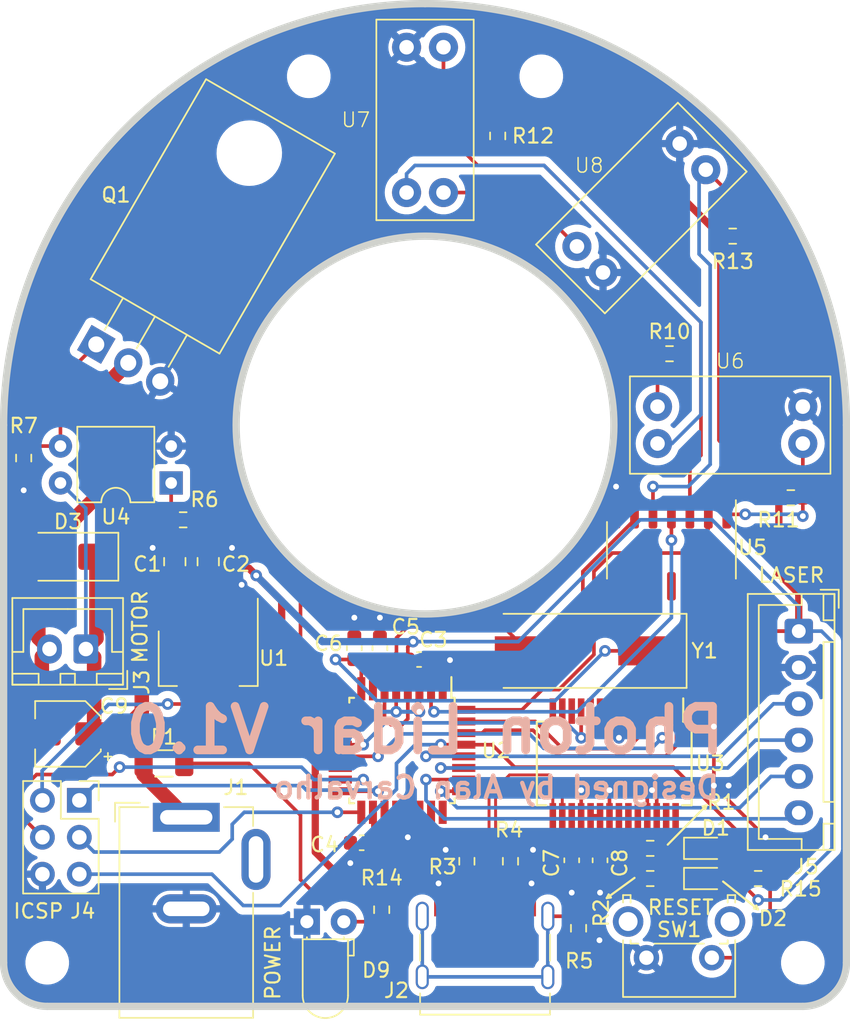
<source format=kicad_pcb>
(kicad_pcb (version 20221018) (generator pcbnew)
  (title_block (title "Photon Lidar") (date "2024-02-07") (rev "1.0") (company "Alan Carvalho"))
  (layers (0 "F.Cu" signal) (31 "B.Cu" signal) (34 "B.Paste" user) (35 "F.Paste" user) (36 "B.SilkS" user "B.Silkscreen") (37 "F.SilkS" user "F.Silkscreen") (38 "B.Mask" user) (39 "F.Mask" user) (44 "Edge.Cuts" user))
  (net 0 "")
  (net 1 "+12V")
  (net 2 "GND")
  (net 3 "+5V")
  (net 4 "Net-(U2-XTAL1{slash}PB6)")
  (net 5 "Net-(U2-XTAL2{slash}PB7)")
  (net 6 "+3.3V")
  (net 7 "Net-(D2-K)")
  (net 8 "Net-(R10-Pad1)")
  (net 9 "Net-(U5-1A)")
  (net 10 "Net-(U5-2A)")
  (net 11 "Net-(D9-A)")
  (net 12 "Net-(F1-Pad1)")
  (net 13 "unconnected-(J2-VBUS-PadA4)")
  (net 14 "Net-(J2-CC1)")
  (net 15 "D+")
  (net 16 "D-")
  (net 18 "Net-(J2-CC2)")
  (net 20 "Net-(J2-SHIELD)")
  (net 21 "MISO")
  (net 22 "SCK")
  (net 23 "MOSI")
  (net 24 "RESET")
  (net 25 "SCL")
  (net 26 "SDA")
  (net 27 "LASER_OUT")
  (net 28 "XSHUT")
  (net 29 "Net-(Q1-G)")
  (net 30 "Net-(U5-3A)")
  (net 31 "Net-(U6-Pad2)")
  (net 32 "Net-(U7-Pad2)")
  (net 33 "Net-(U3-CBUS0)")
  (net 34 "Net-(U3-CBUS1)")
  (net 35 "MOTOR")
  (net 36 "Net-(R6-Pad2)")
  (net 37 "ENC_Z")
  (net 38 "ENC_B")
  (net 41 "RTS")
  (net 42 "CTS")
  (net 49 "RX")
  (net 50 "TX")
  (net 51 "ENC_A")
  (net 67 "Net-(D3-A)")
  (net 68 "Net-(D1-K)")
  (footprint "Resistor_SMD:R_0603_1608Metric" (layer "F.Cu") (at 169.926 121.203)
    (fp_text reference "R15")
    (fp_text value "10k" hide)
  )
  (footprint "MyLibrary:Optical_Switch" (layer "F.Cu") (at 168 90)
    (fp_text reference "U6")
    (fp_text value "~" hide)
  )
  (footprint "LED_SMD:LED_0603_1608Metric" (layer "F.Cu") (at 166.307 119.126)
    (fp_text reference "D1")
    (fp_text value "LED" hide)
  )
  (footprint "Capacitor_SMD:C_0805_2012Metric" (layer "F.Cu") (at 132.08 99.4 90)
    (fp_text reference "C2")
    (fp_text value "10uF" hide)
  )
  (footprint "Resistor_SMD:R_0603_1608Metric" (layer "F.Cu") (at 144.018 123.35 -90)
    (fp_text reference "R14")
    (fp_text value "2,2k" hide)
  )
  (footprint "Crystal:Crystal_SMD_HC49-SD" (layer "F.Cu") (at 158.301 105.537 180)
    (fp_text reference "Y1")
    (fp_text value "16MHz" hide)
  )
  (footprint "Capacitor_SMD:CP_Elec_4x5.4" (layer "F.Cu") (at 122.428 111.252 180)
    (fp_text reference "C9")
    (fp_text value "10uF" hide)
  )
  (footprint "Package_QFP:TQFP-32_7x7mm_P0.8mm" (layer "F.Cu") (at 145.415 112.395 -90)
    (fp_text reference "U2")
    (fp_text value "ATmega328P-A" hide)
  )
  (footprint "Connector_PinSocket_2.54mm:PinSocket_2x03_P2.54mm_Vertical" (layer "F.Cu") (at 123.21 115.824)
    (fp_text reference "J4")
    (fp_text value "Conn_01x06_Pin" hide)
  )
  (footprint "MountingHole:MountingHole_2.5mm" (layer "F.Cu") (at 155 66)
    (fp_text reference "REF**" hide)
    (fp_text value "MountingHole_2.5mm" hide)
  )
  (footprint "Resistor_SMD:R_0603_1608Metric" (layer "F.Cu") (at 152.88 120.015 90)
    (fp_text reference "R4")
    (fp_text value "5k1" hide)
  )
  (footprint "Button_Switch_THT:SW_Tactile_SPST_Angled_PTS645Vx39-2LFS" (layer "F.Cu") (at 166.7368 126.6525 180)
    (fp_text reference "SW1")
    (fp_text value "SW_Push" hide)
  )
  (footprint "Connector_JST:JST_XH_B6B-XH-A_1x06_P2.50mm_Vertical" (layer "F.Cu") (at 172.72 104.18 -90)
    (fp_text reference "J5")
    (fp_text value "Conn_01x06_Socket" hide)
  )
  (footprint "Capacitor_SMD:C_0603_1608Metric" (layer "F.Cu") (at 142.64 118.745)
    (fp_text reference "C4")
    (fp_text value "100nF" hide)
  )
  (footprint "Resistor_SMD:R_0603_1608Metric" (layer "F.Cu") (at 162.497 121.203)
    (fp_text reference "R2")
    (fp_text value "270" hide)
  )
  (footprint "Resistor_SMD:R_0603_1608Metric" (layer "F.Cu") (at 152 70.104 90)
    (fp_text reference "R12")
    (fp_text value "10k" hide)
  )
  (footprint "Package_SO:SOIC-14_3.9x8.7mm_P1.27mm" (layer "F.Cu") (at 163.957 98.617 -90)
    (fp_text reference "U5")
    (fp_text value "74HC14" hide)
  )
  (footprint "Fuse:Fuse_1206_3216Metric" (layer "F.Cu") (at 129.032 113.284)
    (fp_text reference "F1")
    (fp_text value "2,5A" hide)
  )
  (footprint "Connector_BarrelJack:BarrelJack_GCT_DCJ200-10-A_Horizontal" (layer "F.Cu") (at 130.568 116.99)
    (fp_text reference "J1")
    (fp_text value "Barrel_Jack" hide)
  )
  (footprint "Diode_SMD:D_SMA" (layer "F.Cu") (at 122.3855 99.06 180)
    (fp_text reference "D3")
    (fp_text value "1N4007" hide)
  )
  (footprint "MountingHole:MountingHole_2.5mm" (layer "F.Cu") (at 121 127)
    (fp_text reference "REF**" hide)
    (fp_text value "MountingHole_2.5mm" hide)
  )
  (footprint "LED_THT:LED_D3.0mm_Horizontal_O1.27mm_Z10.0mm" (layer "F.Cu") (at 138.87 124.175)
    (fp_text reference "D9")
    (fp_text value "LED" hide)
  )
  (footprint "MountingHole:MountingHole_2.5mm" (layer "F.Cu") (at 139 66)
    (fp_text reference "REF**" hide)
    (fp_text value "MountingHole_2.5mm" hide)
  )
  (footprint "Resistor_SMD:R_0603_1608Metric" (layer "F.Cu") (at 130.355 96.52 180)
    (fp_text reference "R6")
    (fp_text value "390" hide)
  )
  (footprint "Capacitor_SMD:C_0805_2012Metric" (layer "F.Cu") (at 129.78 99.4 90)
    (fp_text reference "C1")
    (fp_text value "10uF" hide)
  )
  (footprint "Capacitor_SMD:C_0603_1608Metric" (layer "F.Cu") (at 142.135 105.357 90)
    (fp_text reference "C6")
    (fp_text value "22pF" hide)
  )
  (footprint "Resistor_SMD:R_0603_1608Metric" (layer "F.Cu") (at 162.497 119.126)
    (fp_text reference "R1")
    (fp_text value "270" hide)
  )
  (footprint "MyLibrary:Optical_Switch" (layer "F.Cu") (at 147 69 90)
    (fp_text reference "U7")
    (fp_text value "~" hide)
  )
  (footprint "Resistor_SMD:R_0603_1608Metric" (layer "F.Cu") (at 163.825 85.09)
    (fp_text reference "R10")
    (fp_text value "430" hide)
  )
  (footprint "Package_DIP:DIP-4_W7.62mm" (layer "F.Cu") (at 129.53 93.985 180)
    (fp_text reference "U4")
    (fp_text value "PC817" hide)
  )
  (footprint "Connector_JST:JST_XH_B2B-XH-A_1x02_P2.50mm_Vertical" (layer "F.Cu") (at 123.658 105.41 180)
    (fp_text reference "J3")
    (fp_text value "Conn_01x02_Socket" hide)
  )
  (footprint "Resistor_SMD:R_0603_1608Metric" (layer "F.Cu") (at 119.38 92.27 -90)
    (fp_text reference "R7")
    (fp_text value "10k" hide)
  )
  (footprint "Resistor_SMD:R_0603_1608Metric" (layer "F.Cu") (at 168.175 77)
    (fp_text reference "R13")
    (fp_text value "10k" hide)
  )
  (footprint "LED_SMD:LED_0603_1608Metric" (layer "F.Cu") (at 166.307 121.203)
    (fp_text reference "D2")
    (fp_text value "LED" hide)
  )
  (footprint "Capacitor_SMD:C_0603_1608Metric" (layer "F.Cu") (at 159.045 119.951 90)
    (fp_text reference "C8")
    (fp_text value "100nF" hide)
  )
  (footprint "Resistor_SMD:R_0603_1608Metric" (layer "F.Cu") (at 149.88 120.015 90)
    (fp_text reference "R3")
    (fp_text value "5k1" hide)
  )
  (footprint "MyLibrary:Optical_Switch" (layer "F.Cu") (at 161.887508 75.06644 45)
    (fp_text reference "U8")
    (fp_text value "~" hide)
  )
  (footprint "Resistor_SMD:R_0603_1608Metric" (layer "F.Cu") (at 157.5648 124.625 90)
    (fp_text reference "R5")
    (fp_text value "1M" hide)
  )
  (footprint "MountingHole:MountingHole_2.5mm" (layer "F.Cu") (at 173 127)
    (fp_text reference "REF**" hide)
    (fp_text value "MountingHole_2.5mm" hide)
  )
  (footprint "Resistor_SMD:R_0603_1608Metric" (layer "F.Cu") (at 172.175 95)
    (fp_text reference "R11")
    (fp_text value "10k" hide)
  )
  (footprint "Package_TO_SOT_THT:TO-220-3_Horizontal_TabDown" (layer "F.Cu") (at 124.376296 84.447415 -30)
    (fp_text reference "Q1")
    (fp_text value "IRF740" hide)
  )
  (footprint "Package_SO:SSOP-28_5.3x10.2mm_P0.65mm" (layer "F.Cu") (at 160.02 113.284 -90)
    (fp_text reference "U3")
    (fp_text value "FT232RL" hide)
  )
  (footprint "Capacitor_SMD:C_0603_1608Metric" (layer "F.Cu") (at 157.095 119.951 90)
    (fp_text reference "C7")
    (fp_text value "100nF" hide)
  )
  (footprint "Capacitor_SMD:C_0603_1608Metric" (layer "F.Cu") (at 143.895 105.357 90)
    (fp_text reference "C5")
    (fp_text value "22pF" hide)
  )
  (footprint "Capacitor_SMD:C_0603_1608Metric" (layer "F.Cu") (at 146.59 106.132 180)
    (fp_text reference "C3")
    (fp_text value "100nF" hide)
  )
  (footprint "Connector_USB:USB_C_Receptacle_Palconn_UTC16-G" (layer "F.Cu") (at 151.13 125.73)
    (fp_text reference "J2")
    (fp_text value "USB_C_Receptacle_USB2.0" hide)
  )
  (footprint "Package_TO_SOT_SMD:SOT-223-3_TabPin2" (layer "F.Cu") (at 132.08 106.045 -90)
    (fp_text reference "U1")
    (fp_text value "AMS1117-5.0" hide)
  )
  (gr_line (start 159.639 122.301) (end 159.784674 122.509064) (stroke (width 0.15)) (layer "F.SilkS"))
  (gr_line (start 166.198098 116.339716) (end 166.108305 116.249899) (stroke (width 0.15)) (layer "F.SilkS"))
  (gr_line (start 159.711844 122.405014) (end 159.784674 122.509064) (stroke (width 0.15)) (layer "F.SilkS"))
  (gr_line (start 169.799 123.063) (end 169.911935 123.323534) (stroke (width 0.15)) (layer "F.SilkS"))
  (gr_line (start 169.71734 123.160283) (end 169.799 123.063) (stroke (width 0.15)) (layer "F.SilkS"))
  (gr_line (start 166.287896 116.429507) (end 166.108305 116.249899) (stroke (width 0.15)) (layer "F.SilkS"))
  (gr_line (start 167.513 121.412) (end 169.911935 123.323534) (stroke (width 0.15)) (layer "F.SilkS"))
  (gr_line (start 169.635729 123.257561) (end 169.799 123.063) (stroke (width 0.15)) (layer "F.SilkS"))
  (gr_line (start 169.911935 123.323534) (end 169.635729 123.257561) (stroke (width 0.15)) (layer "F.SilkS"))
  (gr_line (start 159.784674 122.509064) (end 159.503781 122.55072) (stroke (width 0.15)) (layer "F.SilkS"))
  (gr_line (start 161.417 121.158) (end 159.503781 122.55072) (stroke (width 0.15)) (layer "F.SilkS"))
  (gr_line (start 166.108305 116.249899) (end 166.377697 116.1601) (stroke (width 0.15)) (layer "F.SilkS"))
  (gr_line (start 166.377697 116.1601) (end 166.287896 116.429507) (stroke (width 0.15)) (layer "F.SilkS"))
  (gr_line (start 163.703 118.872) (end 166.377697 116.1601) (stroke (width 0.15)) (layer "F.SilkS"))
  (gr_line (start 159.503781 122.55072) (end 159.639 122.301) (stroke (width 0.15)) (layer "F.SilkS"))
  (gr_arc (start 147 61) (mid 167.506097 69.493903) (end 176 90) (stroke (width 0.5)) (layer "Edge.Cuts"))
  (gr_circle (center 147 90) (end 160 90) (stroke (width 0.5)) (fill none) (layer "Edge.Cuts"))
  (gr_arc (start 118.000001 90.000001) (mid 126.493904 69.493904) (end 147.000001 61.000001) (stroke (width 0.5)) (layer "Edge.Cuts"))
  (gr_line (start 118 127) (end 118.000001 90.000001) (stroke (width 0.5)) (layer "Edge.Cuts"))
  (gr_arc (start 121 130) (mid 118.878679 129.121321) (end 118 127) (stroke (width 0.5)) (layer "Edge.Cuts"))
  (gr_line (start 173 130) (end 121 130) (stroke (width 0.5)) (layer "Edge.Cuts"))
  (gr_arc (start 176 127) (mid 175.121321 129.121321) (end 173 130) (stroke (width 0.5)) (layer "Edge.Cuts"))
  (gr_line (start 175.999999 126.999999) (end 176 90) (stroke (width 0.5)) (layer "Edge.Cuts"))
  (gr_text "Photon Lidar V1.0" (at 147 110.998) (layer "B.SilkS") (effects (font (size 3 3) (thickness 0.6) bold) (justify mirror)))
  (gr_text "Designed by Alan Carvalho" (at 167.386 115.824) (layer "B.SilkS") (effects (font (size 1.5 1.5) (thickness 0.3) bold) (justify left bottom mirror)))
  (segment (start 130.432 112.6505) (end 130.432 113.284) (width 1) (layer "F.Cu") (net 1))
  (segment (start 132.334 83.82) (end 132.334 86.36) (width 0.5) (layer "F.Cu") (net 1))
  (segment (start 140.208 75.946) (end 132.334 83.82) (width 0.5) (layer "F.Cu") (net 1))
  (segment (start 124.3855 104.6825) (end 123.658 105.41) (width 1) (layer "F.Cu") (net 1))
  (segment (start 139.67 122.525) (end 138.43 121.285) (width 0.25) (layer "F.Cu") (net 1))
  (segment (start 127.508 101.854) (end 129.012 100.35) (width 1) (layer "F.Cu") (net 1))
  (segment (start 138.43 116.84) (end 134.874 113.284) (width 0.25) (layer "F.Cu") (net 1))
  (segment (start 127 91.694) (end 127 99.441) (width 0.5) (layer "F.Cu") (net 1))
  (segment (start 127.508 109.728) (end 127.508 101.854) (width 1) (layer "F.Cu") (net 1))
  (segment (start 160.02 82.804) (end 153.162 75.946) (width 0.5) (layer "F.Cu") (net 1))
  (segment (start 134.874 113.284) (end 130.432 113.284) (width 0.25) (layer "F.Cu") (net 1))
  (segment (start 129.78 100.35) (end 129.78 102.895) (width 1) (layer "F.Cu") (net 1))
  (segment (start 138.43 121.285) (end 138.43 116.84) (width 0.25) (layer "F.Cu") (net 1))
  (segment (start 127 99.441) (end 127.635 100.076) (width 0.5) (layer "F.Cu") (net 1))
  (segment (start 124.228 111.252) (end 124.228 105.98) (width 1) (layer "F.Cu") (net 1))
  (segment (start 124.228 105.98) (end 123.658 105.41) (width 1) (layer "F.Cu") (net 1))
  (segment (start 153.162 75.946) (end 140.208 75.946) (width 0.5) (layer "F.Cu") (net 1))
  (segment (start 144.018 122.525) (end 139.67 122.525) (width 0.25) (layer "F.Cu") (net 1))
  (segment (start 129.012 100.35) (end 129.78 100.35) (width 1) (layer "F.Cu") (net 1))
  (segment (start 127.635 100.076) (end 129.506 100.076) (width 0.5) (layer "F.Cu") (net 1))
  (segment (start 124.3855 99.06) (end 124.3855 104.6825) (width 1) (layer "F.Cu") (net 1))
  (segment (start 132.334 86.36) (end 127 91.694) (width 0.5) (layer "F.Cu") (net 1))
  (segment (start 164.65 85.09) (end 162.364 82.804) (width 0.5) (layer "F.Cu") (net 1))
  (segment (start 162.364 82.804) (end 160.02 82.804) (width 0.5) (layer "F.Cu") (net 1))
  (segment (start 129.0335 111.252) (end 130.432 112.6505) (width 1) (layer "F.Cu") (net 1))
  (segment (start 125.984 111.252) (end 129.0335 111.252) (width 1) (layer "F.Cu") (net 1))
  (segment (start 127.508 109.728) (end 125.984 111.252) (width 1) (layer "F.Cu") (net 1))
  (segment (start 125.984 111.252) (end 124.228 111.252) (width 1) (layer "F.Cu") (net 1))
  (segment (start 129.506 100.076) (end 129.78 100.35) (width 0.5) (layer "F.Cu") (net 1))
  (segment (start 123.658 95.733) (end 121.91 93.985) (width 0.25) (layer "B.Cu") (net 1))
  (segment (start 123.658 105.41) (end 123.658 95.733) (width 0.25) (layer "B.Cu") (net 1))
  (segment (start 141.859 120.142) (end 141.859 118.751) (width 0.25) (layer "F.Cu") (net 2))
  (segment (start 145.015 108.145) (end 145.015 109.728) (width 0.25) (layer "F.Cu") (net 2))
  (segment (start 162.295 115.45) (end 162.62 115.125) (width 0.25) (layer "F.Cu") (net 2))
  (segment (start 143.895 104.582) (end 143.895 103.251) (width 0.25) (layer "F.Cu") (net 2))
  (segment (start 162.945 116.884) (end 162.945 115.45) (width 0.25) (layer "F.Cu") (net 2))
  (segment (start 119.38 93.095) (end 119.38 94.488) (width 0.25) (layer "F.Cu") (net 2))
  (segment (start 148.59 106.172) (end 147.447 106.172) (width 0.25) (layer "F.Cu") (net 2))
  (segment (start 146.615 108.145) (end 146.615 109.728) (width 0.25) (layer "F.Cu") (net 2))
  (segment (start 157.5648 125.45) (end 158.978 125.45) (width 0.25) (layer "F.Cu") (net 2))
  (segment (start 146.615 106.882) (end 147.365 106.132) (width 0.25) (layer "F.Cu") (net 2))
  (segment (start 154.432 119.2275) (end 152.88 119.2275) (width 0.25) (layer "F.Cu") (net 2))
  (segment (start 129.78 98.45) (end 128.256 98.45) (width 0.5) (layer "F.Cu") (net 2))
  (segment (start 159.045 122.174) (end 159.045 120.726) (width 0.25) (layer "F.Cu") (net 2))
  (segment (start 132.08 98.45) (end 133.717 98.45) (width 0.5) (layer "F.Cu") (net 2))
  (segment (start 157.095 122.174) (end 157.095 120.726) (width 0.25) (layer "F.Cu") (net 2))
  (segment (start 148.4208 119.2275) (end 149.88 119.2275) (width 0.25) (layer "F.Cu") (net 2))
  (segment (start 170.434 118.364) (end 167.894 115.824) (width 0.25) (layer "F.Cu") (net 2))
  (segment (start 147.93 121.539) (end 147.93 123.22) (width 0.25) (layer "F.Cu") (net 2))
  (segment (start 159.695 116.884) (end 159.695 115.125447) (width 0.25) (layer "F.Cu") (net 2))
  (segment (start 160.345 109.684) (end 160.345 111.52045) (width 0.25) (layer "F.Cu") (net 2))
  (segment (start 160.147 96.142) (end 160.147 94.234) (width 0.25) (layer "F.Cu") (net 2))
  (segment (start 162.945 115.45) (end 162.62 115.125) (width 0.25) (layer "F.Cu") (net 2))
  (segment (start 167.894 115.824) (end 167.894 114.808) (width 0.25) (layer "F.Cu") (net 2))
  (segment (start 145.815 116.645) (end 145.815 118.364) (width 0.25) (layer "F.Cu") (net 2))
  (segment (start 141.859 118.751) (end 141.865 118.745) (width 0.25) (layer "F.Cu") (net 2))
  (segment (start 146.615 108.145) (end 146.615 106.882) (width 0.25) (layer "F.Cu") (net 2))
  (segment (start 162.295 116.884) (end 162.295 115.45) (width 0.25) (layer "F.Cu") (net 2))
  (segment (start 158.978 125.45) (end 159.004 125.476) (width 0.25) (layer "F.Cu") (net 2))
  (segment (start 157.745 116.884) (end 157.745 115.125) (width 0.25) (layer "F.Cu") (net 2))
  (segment (start 134.38 102.895) (end 134.38 100.99) (width 0.5) (layer "F.Cu") (net 2))
  (segment (start 142.135 104.582) (end 142.135 103.251) (width 0.25) (layer "F.Cu") (net 2))
  (segment (start 166.878 114.808) (end 166.878 110.744) (width 0.25) (layer "F.Cu") (net 2))
  (segment (start 154.33 121.539) (end 154.33 123.22) (width 0.25) (layer "F.Cu") (net 2))
  (via (at 170.434 118.364) (size 0.8) (drill 0.4) (layers "F.Cu" "B.Cu") (net 2))
  (via (at 160.345 111.52045) (size 0.8) (drill 0.4) (layers "F.Cu" "B.Cu") (net 2))
  (via (at 159.045 122.174) (size 0.8) (drill 0.4) (layers "F.Cu" "B.Cu") (net 2))
  (via (at 162.62 115.125) (size 0.8) (drill 0.4) (layers "F.Cu" "B.Cu") (net 2))
  (via (at 167.894 114.808) (size 0.8) (drill 0.4) (layers "F.Cu" "B.Cu") (net 2))
  (via (at 119.38 94.488) (size 0.8) (drill 0.4) (layers "F.Cu" "B.Cu") (net 2))
  (via (at 148.4208 119.2275) (size 0.8) (drill 0.4) (layers "F.Cu" "B.Cu") (net 2))
  (via (at 154.432 119.2275) (size 0.8) (drill 0.4) (layers "F.Cu" "B.Cu") (net 2))
  (via (at 148.717 106.172) (size 0.8) (drill 0.4) (layers "F.Cu" "B.Cu") (net 2))
  (via (at 159.695 115.125) (size 0.8) (drill 0.4) (layers "F.Cu" "B.Cu") (net 2))
  (via (at 160.147 94.234) (size 0.8) (drill 0.4) (layers "F.Cu" "B.Cu") (net 2))
  (via (at 141.859 120.142) (size 0.8) (drill 0.4) (layers "F.Cu" "B.Cu") (net 2))
  (via (at 166.878 114.808) (size 0.8) (drill 0.4) (layers "F.Cu" "B.Cu") (net 2))
  (via (at 145.815 118.364) (size 0.8) (drill 0.4) (layers "F.Cu" "B.Cu") (net 2))
  (via (at 159.004 125.45) (size 0.8) (drill 0.4) (layers "F.Cu" "B.Cu") (net 2))
  (via (at 145.015 109.728) (size 0.8) (drill 0.4) (layers "F.Cu" "B.Cu") (net 2))
  (via (at 134.38 100.99) (size 0.8) (drill 0.4) (layers "F.Cu" "B.Cu") (net 2))
  (via (at 133.717 98.45) (size 0.8) (drill 0.4) (layers "F.Cu" "B.Cu") (net 2))
  (via (at 142.135 103.251) (size 0.8) (drill 0.4) (layers "F.Cu" "B.Cu") (net 2))
  (via (at 128.256 98.45) (size 0.8) (drill 0.4) (layers "F.Cu" "B.Cu") (net 2))
  (via (at 146.615 109.728) (size 0.8) (drill 0.4) (layers "F.Cu" "B.Cu") (net 2))
  (via (at 157.095 122.174) (size 0.8) (drill 0.4) (layers "F.Cu" "B.Cu") (net 2))
  (via (at 147.93 121.539) (size 0.8) (drill 0.4) (layers "F.Cu" "B.Cu") (net 2))
  (via (at 154.33 121.539) (size 0.8) (drill 0.4) (layers "F.Cu" "B.Cu") (net 2))
  (via (at 166.878 110.744) (size 0.8) (drill 0.4) (layers "F.Cu" "B.Cu") (net 2))
  (via (at 157.745 115.125) (size 0.8) (drill 0.4) (layers "F.Cu" "B.Cu") (net 2))
  (via (at 143.895 103.251) (size 0.8) (drill 0.4) (layers "F.Cu" "B.Cu") (net 2))
  (segment (start 132.575852 99.854148) (end 134.886148 99.854148) (width 0.5) (layer "F.Cu") (net 3))
  (segment (start 142.66 120.992) (end 141.058 120.992) (width 0.5) (layer "F.Cu") (net 3))
  (segment (start 144.653 110.617) (end 145.415 110.617) (width 0.25) (layer "F.Cu") (net 3))
  (segment (start 139.446 119.38) (end 139.446 111.506) (width 0.5) (layer "F.Cu") (net 3))
  (segment (start 132.08 100.35) (end 132.08 102.895) (width 1) (layer "F.Cu") (net 3))
  (segment (start 169.101 121.203) (end 169.101 121.857) (width 0.25) (layer "F.Cu") (net 3))
  (segment (start 162.295 108.49469) (end 162.295 109.684) (width 0.25) (layer "F.Cu") (net 3))
  (segment (start 145.815 105.264) (end 146.177 104.902) (width 0.25) (layer "F.Cu") (net 3))
  (segment (start 167.0945 121.203) (end 167.0945 119.126) (width 0.25) (layer "F.Cu") (net 3))
  (segment (start 145.815 106.132) (end 145.815 105.264) (width 0.25) (layer "F.Cu") (net 3))
  (segment (start 170.394 104.18) (end 167.132 107.442) (width 0.25) (layer "F.Cu") (net 3))
  (segment (start 161.036 122.428) (end 160.274 121.666) (width 0.25) (layer "F.Cu") (net 3))
  (segment (start 161.279 70.929) (end 152 70.929) (width 0.5) (layer "F.Cu") (net 3))
  (segment (start 167.0945 121.7035) (end 166.37 122.428) (width 0.25) (layer "F.Cu") (net 3))
  (segment (start 171.35 100.23) (end 171.35 95) (width 0.5) (layer "F.Cu") (net 3))
  (segment (start 172.72 104.18) (end 172.72 101.6) (width 0.5) (layer "F.Cu") (net 3))
  (segment (start 145.815 108.145) (end 145.815 106.132) (width 0.25) (layer "F.Cu") (net 3))
  (segment (start 139.446 111.506) (end 137.135 109.195) (width 0.5) (layer "F.Cu") (net 3))
  (segment (start 167.767 101.473) (end 170.474 104.18) (width 0.25) (layer "F.Cu") (net 3))
  (segment (start 169.101 121.857) (end 169.926 122.682) (width 0.25) (layer "F.Cu") (net 3))
  (segment (start 160.274 120.396) (end 159.054 119.176) (width 0.25) (layer "F.Cu") (net 3))
  (segment (start 143.415 118.745) (end 143.415 120.237) (width 0.5) (layer "F.Cu") (net 3))
  (segment (start 163.34769 107.442) (end 162.295 108.49469) (width 0.25) (layer "F.Cu") (net 3))
  (segment (start 137.135 102.103) (end 135.382 100.35) (width 0.5) (layer "F.Cu") (net 3))
  (segment (start 145.815 110.217) (end 145.815 108.145) (width 0.25) (layer "F.Cu") (net 3))
  (segment (start 167.767 101.092) (end 167.767 101.473) (width 0.25) (layer "F.Cu") (net 3))
  (segment (start 144.215 108.145) (end 144.215 110.179) (width 0.25) (layer "F.Cu") (net 3))
  (segment (start 159.045 116.884) (end 158.395 116.884) (width 0.25) (layer "F.Cu") (net 3))
  (segment (start 167.132 107.442) (end 163.34769 107.442) (width 0.25) (layer "F.Cu") (net 3))
  (segment (start 167.35 91) (end 171.35 95) (width 0.5) (layer "F.Cu") (net 3))
  (segment (start 143.415 120.237) (end 142.66 120.992) (width 0.5) (layer "F.Cu") (net 3))
  (segment (start 159.054 119.176) (end 159.045 119.176) (width 0.25) (layer "F.Cu") (net 3))
  (segment (start 167.0945 121.203) (end 167.0945 121.7035) (width 0.25) (layer "F.Cu") (net 3))
  (segment (start 145.415 110.617) (end 145.815 110.217) (width 0.25) (layer "F.Cu") (net 3))
  (segment (start 172.72 101.6) (end 171.35 100.23) (width 0.5) (layer "F.Cu") (net 3))
  (segment (start 132.08 102.895) (end 132.08 109.195) (width 1) (layer "F.Cu") (net 3))
  (segment (start 144.215 110.179) (end 144.653 110.617) (width 0.25) (layer "F.Cu") (net 3))
  (segment (start 160.274 121.666) (end 160.274 120.396) (width 0.25) (layer "F.Cu") (net 3))
  (segment (start 132.08 109.195) (end 129.286 109.195) (width 0.25) (layer "F.Cu") (net 3))
  (segment (start 166.37 122.428) (end 161.036 122.428) (width 0.25) (layer "F.Cu") (net 3))
  (segment (start 137.135 109.195) (end 137.135 102.103) (width 0.5) (layer "F.Cu") (net 3))
  (segment (start 143.415 116.645) (end 143.415 118.745) (width 0.25) (layer "F.Cu") (net 3))
  (segment (start 167.35 77) (end 161.279 70.929) (width 0.5) (layer "F.Cu") (net 3))
  (segment (start 134.886148 99.854148) (end 135.382 100.35) (width 0.5) (layer "F.Cu") (net 3))
  (segment (start 167.35 77) (end 167.35 91) (width 0.5) (layer "F.Cu") (net 3))
  (segment (start 159.045 119.176) (end 159.045 116.884) (width 0.25) (layer "F.Cu") (net 3))
  (segment (start 170.474 104.18) (end 172.72 104.18) (width 0.25) (layer "F.Cu") (net 3))
  (segment (start 141.058 120.992) (end 139.446 119.38) (width 0.5) (layer "F.Cu") (net 3))
  (segment (start 169.101 121.203) (end 167.0945 121.203) (width 0.25) (layer "F.Cu") (net 3))
  (segment (start 172.72 104.18) (end 170.394 104.18) (width 0.25) (layer "F.Cu") (net 3))
  (segment (start 132.08 100.35) (end 132.575852 99.854148) (width 0.5) (layer "F.Cu") (net 3))
  (via (at 169.926 122.682) (size 0.8) (drill 0.4) (layers "F.Cu" "B.Cu") (net 3))
  (via (at 146.177 104.902) (size 0.8) (drill 0.4) (layers "F.Cu" "B.Cu") (net 3))
  (via (at 129.286 109.195) (size 0.8) (drill 0.4) (layers "F.Cu" "B.Cu") (net 3))
  (via (at 135.382 100.35) (size 0.8) (drill 0.4) (layers "F.Cu" "B.Cu") (net 3))
  (segment (start 120.65 115.804) (end 120.67 115.824) (width 0.25) (layer "B.Cu") (net 3))
  (segment (start 166.751 96.52) (end 172.72 102.489) (width 0.25) (layer "B.Cu") (net 3))
  (segment (start 153.416 104.902) (end 161.798 96.52) (width 0.25) (layer "B.Cu") (net 3))
  (segment (start 129.286 109.195) (end 129.261 109.22) (width 0.25) (layer "B.Cu") (net 3))
  (segment (start 175.006 119.126) (end 171.45 122.682) (width 0.25) (layer "B.Cu") (net 3))
  (segment (start 171.45 122.682) (end 169.926 122.682) (width 0.25) (layer "B.Cu") (net 3))
  (segment (start 125.222 109.22) (end 120.65 113.792) (width 0.25) (layer "B.Cu") (net 3))
  (segment (start 161.798 96.52) (end 166.751 96.52) (width 0.25) (layer "B.Cu") (net 3))
  (segment (start 174.284 104.18) (end 175.006 104.902) (width 0.25) (layer "B.Cu") (net 3))
  (segment (start 172.72 104.18) (end 174.284 104.18) (width 0.25) (layer "B.Cu") (net 3))
  (segment (start 135.382 100.35) (end 139.934 104.902) (width 0.5) (layer "B.Cu") (net 3))
  (segment (start 172.72 102.489) (end 172.72 104.18) (width 0.25) (layer "B.Cu") (net 3))
  (segment (start 139.934 104.902) (end 146.177 104.902) (width 0.5) (layer "B.Cu") (net 3))
  (segment (start 146.177 104.902) (end 153.416 104.902) (width 0.25) (layer "B.Cu") (net 3))
  (segment (start 175.006 104.902) (end 175.006 119.126) (width 0.25) (layer "B.Cu") (net 3))
  (segment (start 120.65 113.792) (end 120.65 115.804) (width 0.25) (layer "B.Cu") (net 3))
  (segment (start 129.261 109.22) (end 125.222 109.22) (width 0.25) (layer "B.Cu") (net 3))
  (segment (start 145.034 104.648) (end 145.034 105.660182) (width 0.25) (layer "F.Cu") (net 4))
  (segment (start 143.415 108.145) (end 143.415 106.612) (width 0.25) (layer "F.Cu") (net 4))
  (segment (start 143.415 106.612) (end 143.895 106.132) (width 0.25) (layer "F.Cu") (net 4))
  (segment (start 145.034 105.660182) (end 144.562182 106.132) (width 0.25) (layer "F.Cu") (net 4))
  (segment (start 145.796 103.886) (end 145.034 104.648) (width 0.25) (layer "F.Cu") (net 4))
  (segment (start 154.051 105.537) (end 152.4 103.886) (width 0.25) (layer "F.Cu") (net 4))
  (segment (start 152.4 103.886) (end 145.796 103.886) (width 0.25) (layer "F.Cu") (net 4))
  (segment (start 144.562182 106.132) (end 143.895 106.132) (width 0.25) (layer "F.Cu") (net 4))
  (segment (start 142.135 106.132) (end 140.843 106.132) (width 0.25) (layer "F.Cu") (net 5))
  (segment (start 142.615 106.612) (end 142.135 106.132) (width 0.25) (layer "F.Cu") (net 5))
  (segment (start 159.385 105.537) (end 162.551 105.537) (width 0.25) (layer "F.Cu") (net 5))
  (segment (start 142.615 108.145) (end 142.615 106.612) (width 0.25) (layer "F.Cu") (net 5))
  (via (at 159.385 105.537) (size 0.8) (drill 0.4) (layers "F.Cu" "B.Cu") (net 5))
  (via (at 140.843 106.132) (size 0.8) (drill 0.4) (layers "F.Cu" "B.Cu") (net 5))
  (segment (start 140.843 106.132) (end 143.677 108.966) (width 0.25) (layer "B.Cu") (net 5))
  (segment (start 155.956 108.966) (end 159.385 105.537) (width 0.25) (layer "B.Cu") (net 5))
  (segment (start 143.677 108.966) (end 155.956 108.966) (width 0.25) (layer "B.Cu") (net 5))
  (segment (start 157.095 119.176) (end 157.095 116.884) (width 0.25) (layer "F.Cu") (net 6))
  (segment (start 163.322 121.203) (end 165.5195 121.203) (width 0.25) (layer "F.Cu") (net 7))
  (segment (start 163 85.09) (end 163 88.73) (width 0.25) (layer "F.Cu") (net 8))
  (segment (start 173 95) (end 173 91.27) (width 0.25) (layer "F.Cu") (net 9))
  (segment (start 173 95) (end 173 96.266) (width 0.25) (layer "F.Cu") (net 9))
  (segment (start 167.767 96.142) (end 169.034 96.142) (width 0.25) (layer "F.Cu") (net 9))
  (segment (start 169.034 96.142) (end 169.037 96.139) (width 0.25) (layer "F.Cu") (net 9))
  (via (at 169.037 96.139) (size 0.8) (drill 0.4) (layers "F.Cu" "B.Cu") (net 9))
  (via (at 173 96.266) (size 0.8) (drill 0.4) (layers "F.Cu" "B.Cu") (net 9))
  (segment (start 169.037 96.139) (end 172.873 96.139) (width 0.25) (layer "B.Cu") (net 9))
  (segment (start 172.873 96.139) (end 173 96.266) (width 0.25) (layer "B.Cu") (net 9))
  (segment (start 155.194 72.136) (end 150.622 72.136) (width 0.25) (layer "F.Cu") (net 10))
  (segment (start 148.27 66.311) (end 151.238 69.279) (width 0.25) (layer "F.Cu") (net 10))
  (segment (start 165.989 82.931) (end 155.194 72.136) (width 0.25) (layer "F.Cu") (net 10))
  (segment (start 151.238 69.279) (end 152 69.279) (width 0.25) (layer "F.Cu") (net 10))
  (segment (start 165.989 92.075) (end 165.989 82.931) (width 0.25) (layer "F.Cu") (net 10))
  (segment (start 148.27 64) (end 148.27 66.311) (width 0.25) (layer "F.Cu") (net 10))
  (segment (start 150.622 72.136) (end 148.27 69.784) (width 0.25) (layer "F.Cu") (net 10))
  (segment (start 165.227 92.837) (end 165.989 92.075) (width 0.25) (layer "F.Cu") (net 10))
  (segment (start 148.27 69.784) (end 148.27 64) (width 0.25) (layer "F.Cu") (net 10))
  (segment (start 165.227 96.142) (end 165.227 92.837) (width 0.25) (layer "F.Cu") (net 10))
  (segment (start 144.018 124.175) (end 141.41 124.175) (width 0.25) (layer "F.Cu") (net 11))
  (segment (start 127.632 113.284) (end 127.632 114.054) (width 1) (layer "F.Cu") (net 12))
  (segment (start 127.632 114.054) (end 130.568 116.99) (width 1) (layer "F.Cu") (net 12))
  (segment (start 153.53 123.8) (end 153.53 123.22) (width 0.25) (layer "F.Cu") (net 13))
  (segment (start 148.73 123.815406) (end 149.882594 124.968) (width 0.25) (layer "F.Cu") (net 13))
  (segment (start 149.882594 124.968) (end 152.362 124.968) (width 0.25) (layer "F.Cu") (net 13))
  (segment (start 152.362 124.968) (end 153.53 123.8) (width 0.25) (layer "F.Cu") (net 13))
  (segment (start 148.73 123.22) (end 148.73 123.815406) (width 0.25) (layer "F.Cu") (net 13))
  (segment (start 149.88 120.8025) (end 149.88 123.22) (width 0.25) (layer "F.Cu") (net 14))
  (segment (start 151.88 122.349999) (end 151.88 123.22) (width 0.2) (layer "F.Cu") (net 15))
  (segment (start 153.0012 114.525) (end 151.855 115.6712) (width 0.2) (layer "F.Cu") (net 15))
  (segment (start 155.795 115.571499) (end 155.895 115.471499) (width 0.2) (layer "F.Cu") (net 15))
  (segment (start 155.895 115.471499) (end 155.895 115.0652) (width 0.2) (layer "F.Cu") (net 15))
  (segment (start 155.795 116.884) (end 155.795 115.571499) (width 0.2) (layer "F.Cu") (net 15))
  (segment (start 155.895 115.0652) (end 155.3548 114.525) (width 0.2) (layer "F.Cu") (net 15))
  (segment (start 150.88 123.22) (end 150.88 123.956) (width 0.2) (layer "F.Cu") (net 15))
  (segment (start 151.88 123.964) (end 151.88 123.22) (width 0.2) (layer "F.Cu") (net 15))
  (segment (start 151.855 115.6712) (end 151.855 122.324999) (width 0.2) (layer "F.Cu") (net 15))
  (segment (start 155.3548 114.525) (end 153.0012 114.525) (width 0.2) (layer "F.Cu") (net 15))
  (segment (start 151.855 122.324999) (end 151.88 122.349999) (width 0.2) (layer "F.Cu") (net 15))
  (segment (start 150.88 123.956) (end 151.089132 124.165132) (width 0.2) (layer "F.Cu") (net 15))
  (segment (start 151.678868 124.165132) (end 151.88 123.964) (width 0.2) (layer "F.Cu") (net 15))
  (segment (start 151.089132 124.165132) (end 151.678868 124.165132) (width 0.2) (layer "F.Cu") (net 15))
  (segment (start 151.405 115.4848) (end 151.405 122.324999) (width 0.2) (layer "F.Cu") (net 16))
  (segment (start 151.405 122.324999) (end 151.38 122.349999) (width 0.2) (layer "F.Cu") (net 16))
  (segment (start 156.345 114.8788) (end 155.5412 114.075) (width 0.2) (layer "F.Cu") (net 16))
  (segment (start 150.38 122.363868) (end 150.569868 122.174) (width 0.2) (layer "F.Cu") (net 16))
  (segment (start 150.569868 122.174) (end 151.204001 122.174) (width 0.2) (layer "F.Cu") (net 16))
  (segment (start 152.8148 114.075) (end 151.405 115.4848) (width 0.2) (layer "F.Cu") (net 16))
  (segment (start 151.204001 122.174) (end 151.38 122.349999) (width 0.2) (layer "F.Cu") (net 16))
  (segment (start 156.345 115.471499) (end 156.345 114.8788) (width 0.2) (layer "F.Cu") (net 16))
  (segment (start 155.5412 114.075) (end 152.8148 114.075) (width 0.2) (layer "F.Cu") (net 16))
  (segment (start 150.38 123.22) (end 150.38 122.363868) (width 0.2) (layer "F.Cu") (net 16))
  (segment (start 156.445 115.571499) (end 156.345 115.471499) (width 0.2) (layer "F.Cu") (net 16))
  (segment (start 151.38 122.349999) (end 151.38 123.22) (width 0.2) (layer "F.Cu") (net 16))
  (segment (start 156.445 116.884) (end 156.445 115.571499) (width 0.2) (layer "F.Cu") (net 16))
  (segment (start 152.88 120.8025) (end 152.88 123.22) (width 0.25) (layer "F.Cu") (net 18))
  (segment (start 157.5648 123.8) (end 155.45 123.8) (width 0.25) (layer "F.Cu") (net 20))
  (segment (start 146.81 127.97) (end 155.45 127.97) (width 0.25) (layer "B.Cu") (net 20))
  (segment (start 155.45 123.8) (end 155.45 127.97) (width 0.25) (layer "B.Cu") (net 20))
  (segment (start 146.81 123.8) (end 146.81 127.97) (width 0.25) (layer "B.Cu") (net 20))
  (segment (start 141.165 115.195) (end 143.764 115.195) (width 0.25) (layer "F.Cu") (net 21))
  (via (at 143.764 115.195) (size 0.8) (drill 0.4) (layers "F.Cu" "B.Cu") (net 21))
  (segment (start 138.836802 115.12) (end 138.524802 114.808) (width 0.25) (layer "B.Cu") (net 21))
  (segment (start 143.764 115.195) (end 143.689 115.12) (width 0.25) (layer "B.Cu") (net 21))
  (segment (start 138.524802 114.808) (end 124.226 114.808) (width 0.25) (layer "B.Cu") (net 21))
  (segment (start 124.226 114.808) (end 123.21 115.824) (width 0.25) (layer "B.Cu") (net 21))
  (segment (start 143.689 115.12) (end 138.836802 115.12) (width 0.25) (layer "B.Cu") (net 21))
  (segment (start 142.615 116.645) (end 140.97 116.645) (width 0.25) (layer "F.Cu") (net 22))
  (via (at 140.97 116.645) (size 0.8) (drill 0.4) (layers "F.Cu" "B.Cu") (net 22))
  (segment (start 132.842 119.38) (end 133.731 118.491) (width 0.25) (layer "B.Cu") (net 22))
  (segment (start 134.559604 116.645) (end 140.97 116.645) (width 0.25) (layer "B.Cu") (net 22))
  (segment (start 133.731 117.473604) (end 134.559604 116.645) (width 0.25) (layer "B.Cu") (net 22))
  (segment (start 133.731 118.491) (end 133.731 117.473604) (width 0.25) (layer "B.Cu") (net 22))
  (segment (start 123.21 118.364) (end 124.226 119.38) (width 0.25) (layer "B.Cu") (net 22))
  (segment (start 124.226 119.38) (end 132.842 119.38) (width 0.25) (layer "B.Cu") (net 22))
  (segment (start 119.126 115.189) (end 119.126 116.82) (width 0.25) (layer "F.Cu") (net 23))
  (segment (start 141.165 114.395) (end 142.748 114.395) (width 0.25) (layer "F.Cu") (net 23))
  (segment (start 119.126 116.82) (end 120.67 118.364) (width 0.25) (layer "F.Cu") (net 23))
  (segment (start 120.269 114.046) (end 119.126 115.189) (width 0.25) (layer "F.Cu") (net 23))
  (segment (start 125.984 113.538) (end 125.476 114.046) (width 0.25) (layer "F.Cu") (net 23))
  (segment (start 125.476 114.046) (end 120.269 114.046) (width 0.25) (layer "F.Cu") (net 23))
  (via (at 142.748 114.395) (size 0.8) (drill 0.4) (layers "F.Cu" "B.Cu") (net 23))
  (via (at 125.984 113.538) (size 0.8) (drill 0.4) (layers "F.Cu" "B.Cu") (net 23))
  (segment (start 139.351 114.395) (end 142.748 114.395) (width 0.25) (layer "B.Cu") (net 23))
  (segment (start 138.494 113.538) (end 139.351 114.395) (width 0.25) (layer "B.Cu") (net 23))
  (segment (start 125.984 113.538) (end 138.494 113.538) (width 0.25) (layer "B.Cu") (net 23))
  (segment (start 170.751 120.205) (end 164.084 113.538) (width 0.25) (layer "F.Cu") (net 24))
  (segment (start 164.084 113.538) (end 153.162 113.538) (width 0.25) (layer "F.Cu") (net 24))
  (segment (start 153.162 113.538) (end 151.619 111.995) (width 0.25) (layer "F.Cu") (net 24))
  (segment (start 170.751 124.397) (end 170.751 120.205) (width 0.25) (layer "F.Cu") (net 24))
  (segment (start 149.665 111.995) (end 148.082 111.995) (width 0.25) (layer "F.Cu") (net 24))
  (segment (start 168.4955 126.6525) (end 170.751 124.397) (width 0.25) (layer "F.Cu") (net 24))
  (segment (start 151.619 111.995) (end 149.665 111.995) (width 0.25) (layer "F.Cu") (net 24))
  (segment (start 166.7368 126.6525) (end 168.4955 126.6525) (width 0.25) (layer "F.Cu") (net 24))
  (via (at 148.082 111.995) (size 0.8) (drill 0.4) (layers "F.Cu" "B.Cu") (net 24))
  (segment (start 146.323 111.995) (end 148.082 111.995) (width 0.25) (layer "B.Cu") (net 24))
  (segment (start 134.493 123.063) (end 137.033 123.063) (width 0.25) (layer "B.Cu") (net 24))
  (segment (start 145.034 115.062) (end 145.034 113.284) (width 0.25) (layer "B.Cu") (net 24))
  (segment (start 137.033 123.063) (end 145.034 115.062) (width 0.25) (layer "B.Cu") (net 24))
  (segment (start 123.21 120.904) (end 132.334 120.904) (width 0.25) (layer "B.Cu") (net 24))
  (segment (start 145.034 113.284) (end 146.323 111.995) (width 0.25) (layer "B.Cu") (net 24))
  (segment (start 132.334 120.904) (end 134.493 123.063) (width 0.25) (layer "B.Cu") (net 24))
  (segment (start 149.665 112.795) (end 147.066 112.795) (width 0.25) (layer "F.Cu") (net 25))
  (via (at 147.066 112.795) (size 0.8) (drill 0.4) (layers "F.Cu" "B.Cu") (net 25))
  (segment (start 147.066 112.795) (end 167.367 112.795) (width 0.25) (layer "B.Cu") (net 25))
  (segment (start 167.367 112.795) (end 170.982 109.18) (width 0.25) (layer "B.Cu") (net 25))
  (segment (start 170.982 109.18) (end 172.72 109.18) (width 0.25) (layer "B.Cu") (net 25))
  (segment (start 149.665 113.595) (end 148.082 113.595) (width 0.25) (layer "F.Cu") (net 26))
  (via (at 148.082 113.595) (size 0.8) (drill 0.4) (layers "F.Cu" "B.Cu") (net 26))
  (segment (start 169.752 111.68) (end 172.72 111.68) (width 0.25) (layer "B.Cu") (net 26))
  (segment (start 148.082 113.595) (end 167.837 113.595) (width 0.25) (layer "B.Cu") (net 26))
  (segment (start 167.837 113.595) (end 169.752 111.68) (width 0.25) (layer "B.Cu") (net 26))
  (segment (start 149.665 115.195) (end 148.082 115.195) (width 0.25) (layer "F.Cu") (net 27))
  (via (at 148.082 115.195) (size 0.8) (drill 0.4) (layers "F.Cu" "B.Cu") (net 27))
  (segment (start 168.656 116.332) (end 170.808 114.18) (width 0.25) (layer "B.Cu") (net 27))
  (segment (start 149.219 116.332) (end 168.656 116.332) (width 0.25) (layer "B.Cu") (net 27))
  (segment (start 148.082 115.195) (end 149.219 116.332) (width 0.25) (layer "B.Cu") (net 27))
  (segment (start 170.808 114.18) (end 172.72 114.18) (width 0.25) (layer "B.Cu") (net 27))
  (segment (start 149.665 114.395) (end 147.066 114.395) (width 0.25) (layer "F.Cu") (net 28))
  (via (at 147.066 114.395) (size 0.8) (drill 0.4) (layers "F.Cu" "B.Cu") (net 28))
  (segment (start 147.066 114.395) (end 147.066 115.824) (width 0.25) (layer "B.Cu") (net 28))
  (segment (start 147.066 115.824) (end 148.336 117.094) (width 0.25) (layer "B.Cu") (net 28))
  (segment (start 148.336 117.094) (end 172.306 117.094) (width 0.25) (layer "B.Cu") (net 28))
  (segment (start 172.306 117.094) (end 172.72 116.68) (width 0.25) (layer "B.Cu") (net 28))
  (segment (start 121.91 91.445) (end 121.91 86.913711) (width 0.25) (layer "F.Cu") (net 29))
  (segment (start 119.38 91.445) (end 121.91 91.445) (width 0.25) (layer "F.Cu") (net 29))
  (segment (start 121.91 86.913711) (end 124.376296 84.447415) (width 0.25) (layer "F.Cu") (net 29))
  (segment (start 162.687 96.142) (end 162.687 94.234) (width 0.25) (layer "F.Cu") (net 30))
  (segment (start 169 77) (end 169 75.107864) (width 0.25) (layer "F.Cu") (net 30))
  (segment (start 169 75.107864) (end 166.321068 72.428932) (width 0.25) (layer "F.Cu") (net 30))
  (via (at 162.687 94.234) (size 0.8) (drill 0.4) (layers "F.Cu" "B.Cu") (net 30))
  (segment (start 165.862 78.232) (end 165.862 72.888) (width 0.25) (layer "B.Cu") (net 30))
  (segment (start 162.687 94.234) (end 165.1 94.234) (width 0.25) (layer "B.Cu") (net 30))
  (segment (start 165.862 72.888) (end 166.321068 72.428932) (width 0.25) (layer "B.Cu") (net 30))
  (segment (start 166.624 92.71) (end 166.624 78.994) (width 0.25) (layer "B.Cu") (net 30))
  (segment (start 165.1 94.234) (end 166.624 92.71) (width 0.25) (layer "B.Cu") (net 30))
  (segment (start 166.624 78.994) (end 165.862 78.232) (width 0.25) (layer "B.Cu") (net 30))
  (segment (start 146.304 72.136) (end 155.194 72.136) (width 0.25) (layer "B.Cu") (net 31))
  (segment (start 164 91.27) (end 163 91.27) (width 0.25) (layer "B.Cu") (net 31))
  (segment (start 145.73 72.71) (end 146.304 72.136) (width 0.25) (layer "B.Cu") (net 31))
  (segment (start 155.194 72.136) (end 165.989 82.931) (width 0.25) (layer "B.Cu") (net 31))
  (segment (start 165.989 82.931) (end 165.989 89.281) (width 0.25) (layer "B.Cu") (net 31))
  (segment (start 145.73 74) (end 145.73 72.71) (width 0.25) (layer "B.Cu") (net 31))
  (segment (start 165.989 89.281) (end 164 91.27) (width 0.25) (layer "B.Cu") (net 31))
  (segment (start 153.75 74) (end 157.453948 77.703948) (width 0.25) (layer "F.Cu") (net 32))
  (segment (start 148.27 74) (end 153.75 74) (width 0.25) (layer "F.Cu") (net 32))
  (segment (start 160.995 116.884) (end 160.995 118.449) (width 0.25) (layer "F.Cu") (net 33))
  (segment (start 160.995 118.449) (end 161.672 119.126) (width 0.25) (layer "F.Cu") (net 33))
  (segment (start 161.672 120.778) (end 161.672 121.203) (width 0.25) (layer "F.Cu") (net 34))
  (segment (start 160.345 116.884) (end 160.345 119.451) (width 0.25) (layer "F.Cu") (net 34))
  (segment (start 160.345 119.451) (end 161.672 120.778) (width 0.25) (layer "F.Cu") (net 34))
  (segment (start 133.35 96.52) (end 138.43 101.6) (width 0.25) (layer "F.Cu") (net 35))
  (segment (start 139.351 110.395) (end 141.165 110.395) (width 0.25) (layer "F.Cu") (net 35))
  (segment (start 138.43 101.6) (end 138.43 109.474) (width 0.25) (layer "F.Cu") (net 35))
  (segment (start 138.43 109.474) (end 139.351 110.395) (width 0.25) (layer "F.Cu") (net 35))
  (segment (start 131.18 96.52) (end 133.35 96.52) (width 0.25) (layer "F.Cu") (net 35))
  (segment (start 129.53 96.33) (end 129.53 93.985) (width 0.25) (layer "F.Cu") (net 36))
  (segment (start 155.194 107.696) (end 155.60162 107.696) (width 0.25) (layer "F.Cu") (net 37))
  (segment (start 157.861 105.43662) (end 157.861 100.076) (width 0.25) (layer "F.Cu") (net 37))
  (segment (start 161.417 96.52) (end 161.417 96.142) (width 0.25) (layer "F.Cu") (net 37))
  (segment (start 155.136 107.754) (end 155.194 107.696) (width 0.25) (layer "F.Cu") (net 37))
  (segment (start 157.861 100.076) (end 161.417 96.52) (width 0.25) (layer "F.Cu") (net 37))
  (segment (start 155.60162 107.696) (end 157.861 105.43662) (width 0.25) (layer "F.Cu") (net 37))
  (segment (start 148.606 107.754) (end 155.136 107.754) (width 0.25) (layer "F.Cu") (net 37))
  (segment (start 148.215 108.145) (end 148.606 107.754) (width 0.25) (layer "F.Cu") (net 37))
  (segment (start 147.415 108.145) (end 147.415 109.528497) (width 0.25) (layer "F.Cu") (net 38))
  (segment (start 163.957 96.142) (end 163.957 97.917) (width 0.25) (layer "F.Cu") (net 38))
  (segment (start 147.415 109.528497) (end 147.614503 109.728) (width 0.25) (layer "F.Cu") (net 38))
  (via (at 163.957 97.917) (size 0.8) (drill 0.4) (layers "F.Cu" "B.Cu") (net 38))
  (via (at 147.614503 109.728) (size 0.8) (drill 0.4) (layers "F.Cu" "B.Cu") (net 38))
  (segment (start 163.957 103.251) (end 163.957 97.917) (width 0.25) (layer "B.Cu") (net 38))
  (segment (start 157.48 109.728) (end 163.957 103.251) (width 0.25) (layer "B.Cu") (net 38))
  (segment (start 147.614503 109.728) (end 157.48 109.728) (width 0.25) (layer "B.Cu") (net 38))
  (segment (start 157.745 109.684) (end 157.745 111.52045) (width 0.25) (layer "F.Cu") (net 41))
  (segment (start 141.165 111.995) (end 142.748 111.995) (width 0.25) (layer "F.Cu") (net 41))
  (via (at 157.745 111.52045) (size 0.8) (drill 0.4) (layers "F.Cu" "B.Cu") (net 41))
  (via (at 142.748 111.995) (size 0.8) (drill 0.4) (layers "F.Cu" "B.Cu") (net 41))
  (segment (start 144.253 110.49) (end 156.71455 110.49) (width 0.25) (layer "B.Cu") (net 41))
  (segment (start 142.748 111.995) (end 144.253 110.49) (width 0.25) (layer "B.Cu") (net 41))
  (segment (start 156.71455 110.49) (end 157.745 111.52045) (width 0.25) (layer "B.Cu") (net 41))
  (segment (start 163.595 111.24745) (end 163.322 111.52045) (width 0.25) (layer "F.Cu") (net 42))
  (segment (start 163.595 109.684) (end 163.595 111.24745) (width 0.25) (layer "F.Cu") (net 42))
  (segment (start 141.165 112.795) (end 143.764 112.795) (width 0.25) (layer "F.Cu") (net 42))
  (via (at 143.764 112.795) (size 0.8) (drill 0.4) (layers "F.Cu" "B.Cu") (net 42))
  (via (at 163.322 111.52045) (size 0.8) (drill 0.4) (layers "F.Cu" "B.Cu") (net 42))
  (segment (start 162.597 112.24545) (end 163.322 111.52045) (width 0.25) (layer "B.Cu") (net 42))
  (segment (start 154.178 111.252) (end 145.307 111.252) (width 0.25) (layer "B.Cu") (net 42))
  (segment (start 145.307 111.252) (end 143.764 112.795) (width 0.25) (layer "B.Cu") (net 42))
  (segment (start 162.597 112.24545) (end 155.17145 112.24545) (width 0.25) (layer "B.Cu") (net 42))
  (segment (start 155.17145 112.24545) (end 154.178 111.252) (width 0.25) (layer "B.Cu") (net 42))
  (segment (start 151.13 110.998) (end 154.432 110.998) (width 0.25) (layer "F.Cu") (net 49))
  (segment (start 164.301 109.74) (end 164.245 109.684) (width 0.25) (layer "F.Cu") (net 49))
  (segment (start 163.576 112.776) (end 164.301 112.051) (width 0.25) (layer "F.Cu") (net 49))
  (segment (start 150.933 111.195) (end 151.13 110.998) (width 0.25) (layer "F.Cu") (net 49))
  (segment (start 156.21 112.776) (end 163.576 112.776) (width 0.25) (layer "F.Cu") (net 49))
  (segment (start 149.665 111.195) (end 150.933 111.195) (width 0.25) (layer "F.Cu") (net 49))
  (segment (start 154.432 110.998) (end 156.21 112.776) (width 0.25) (layer "F.Cu") (net 49))
  (segment (start 164.301 112.051) (end 164.301 109.74) (width 0.25) (layer "F.Cu") (net 49))
  (segment (start 161.645 111.532) (end 161.645 109.684) (width 0.25) (layer "F.Cu") (net 50))
  (segment (start 149.665 110.395) (end 154.591 110.395) (width 0.25) (layer "F.Cu") (net 50))
  (segment (start 160.909 112.268) (end 161.645 111.532) (width 0.25) (layer "F.Cu") (net 50))
  (segment (start 154.591 110.395) (end 156.464 112.268) (width 0.25) (layer "F.Cu") (net 50))
  (segment (start 156.464 112.268) (end 160.909 112.268) (width 0.25) (layer "F.Cu") (net 50))
  (segment (start 153.676 109.595) (end 155.067 108.204) (width 0.25) (layer "F.Cu") (net 51))
  (segment (start 164.808 98.806) (end 166.497 97.117) (width 0.25) (layer "F.Cu") (net 51))
  (segment (start 156.21 108.204) (end 158.623 105.791) (width 0.25) (layer "F.Cu") (net 51))
  (segment (start 149.665 109.595) (end 153.676 109.595) (width 0.25) (layer "F.Cu") (net 51))
  (segment (start 158.623 100.076) (end 159.893 98.806) (width 0.25) (layer "F.Cu") (net 51))
  (segment (start 155.067 108.204) (end 156.21 108.204) (width 0.25) (layer "F.Cu") (net 51))
  (segment (start 166.497 97.117) (end 166.497 96.142) (width 0.25) (layer "F.Cu") (net 51))
  (segment (start 158.623 105.791) (end 158.623 100.076) (width 0.25) (layer "F.Cu") (net 51))
  (segment (start 159.893 98.806) (end 164.808 98.806) (width 0.25) (layer "F.Cu") (net 51))
  (segment (start 120.628 105.94) (end 121.158 105.41) (width 0.25) (layer "F.Cu") (net 67))
  (segment (start 120.3855 99.06) (end 120.3855 98.9435) (width 1) (layer "F.Cu") (net 67))
  (segment (start 120.628 111.252) (end 120.628 105.94) (width 1) (layer "F.Cu") (net 67))
  (segment (start 124.714 94.615) (end 124.714 87.579416) (width 1) (layer "F.Cu") (net 67))
  (segment (start 124.714 87.579416) (end 126.576001 85.717415) (width 1) (layer "F.Cu") (net 67))
  (segment (start 120.3855 99.06) (end 120.3855 104.6375) (width 1) (layer "F.Cu") (net 67))
  (segment (start 120.3855 98.9435) (end 124.714 94.615) (width 1) (layer "F.Cu") (net 67))
  (segment (start 120.3855 104.6375) (end 121.158 105.41) (width 1) (layer "F.Cu") (net 67))
  (segment (start 163.322 119.126) (end 165.5195 119.126) (width 0.25) (layer "F.Cu") (net 68))
  (zone (net 2) (net_name "GND") (layer "B.Cu") (connect_pads (clearance 0.5)) (min_thickness 0.25) (fill yes (thermal_gap 0.25) (thermal_bridge_width 0.5))
    (polygon (pts (xy 118 61) (xy 176 61) (xy 176 130) (xy 118 130)))
  )
)
</source>
